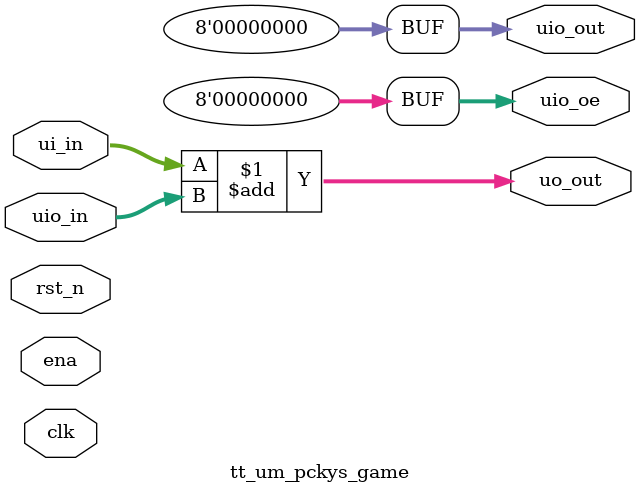
<source format=v>
/*
 * Copyright (c) 2024 Your Name
 * SPDX-License-Identifier: Apache-2.0
 */

`define default_netname none

module tt_um_pckys_game (
    input  wire [7:0] ui_in,    // Dedicated inputs
    output wire [7:0] uo_out,   // Dedicated outputs
    input  wire [7:0] uio_in,   // IOs: Input path
    output wire [7:0] uio_out,  // IOs: Output path
    output wire [7:0] uio_oe,   // IOs: Enable path (active high: 0=input, 1=output)
    input  wire       ena,      // will go high when the design is enabled
    input  wire       clk,      // clock
    input  wire       rst_n     // reset_n - low to reset
);

  // All output pins must be assigned. If not used, assign to 0.
  assign uo_out  = ui_in + uio_in;  // Example: ou_out is the sum of ui_in and uio_in
  assign uio_out = 0;
  assign uio_oe  = 0;

endmodule

</source>
